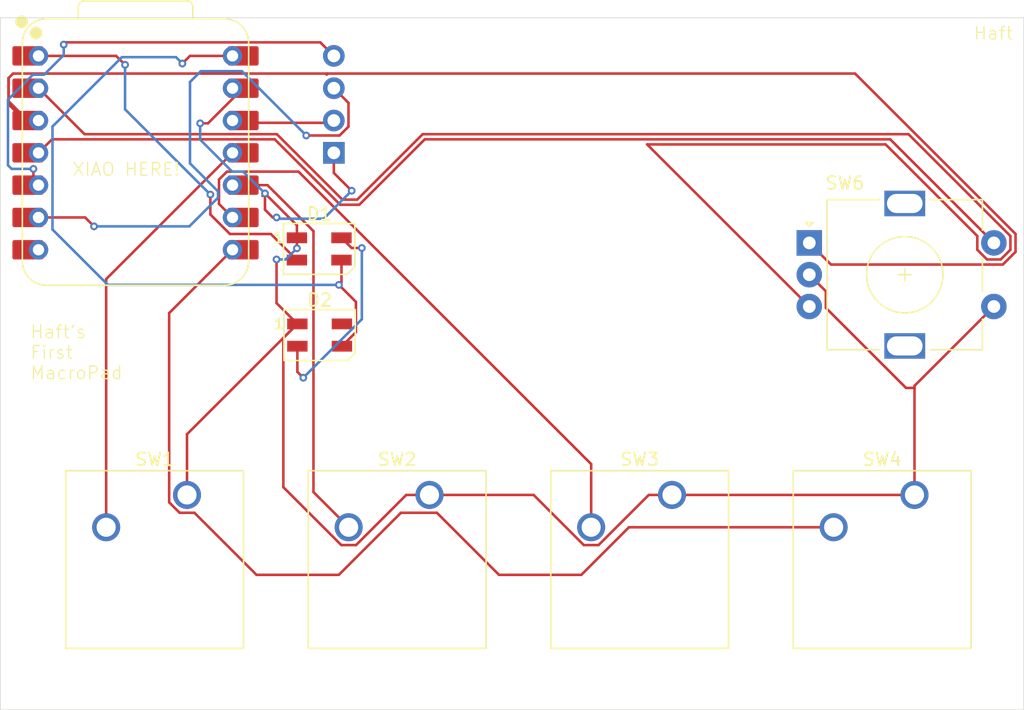
<source format=kicad_pcb>
(kicad_pcb (version 20241229) (generator "pcbnew") (generator_version "9.0")
  (layers (0 "F.Cu" signal) (2 "B.Cu" signal) (13 "F.Paste" user) (15 "B.Paste" user) (5 "F.SilkS" user "F.Silkscreen") (7 "B.SilkS" user "B.Silkscreen") (1 "F.Mask" user) (3 "B.Mask" user) (25 "Edge.Cuts" user))
  (net 0 "")
  (net 1 "Net-(D1-DIN)")
  (net 2 "GND")
  (net 3 "Net-(D1-DOUT)")
  (net 4 "+5V")
  (net 6 "Net-(U1-GPIO1{slash}RX)")
  (net 7 "Net-(U1-GPIO2{slash}SCK)")
  (net 8 "Net-(U1-GPIO4{slash}MISO)")
  (net 10 "Net-(J1-SCL)")
  (net 11 "Net-(J1-SDA)")
  (net 12 "Net-(U1-GPIO27{slash}ADC1{slash}A1)")
  (net 13 "Net-(U1-GPIO29{slash}ADC3{slash}A3)")
  (net 14 "Net-(U1-GPIO28{slash}ADC2{slash}A2)")
  (net 15 "Net-(U1-GPIO3{slash}MOSI)")
  (net 16 "Net-(J1-VCC)")
  (footprint "Rotary_Encoder:RotaryEncoder_Alps_EC11E-Switch_Vertical_H20mm" (layer "F.Cu") (at 175.25 77.5)
    (property "Reference" "SW6" (at 2.8 -4.7 0) (layer "F.SilkS"))
    (property "Value" "RotaryEncoder_Switch")
    (fp_line (start -0.3 -1.6) (end 0.3 -1.6) (stroke (width 0.12)) (layer "F.SilkS"))
    (fp_line (start 0 -1.3) (end -0.3 -1.6) (stroke (width 0.12)) (layer "F.SilkS"))
    (fp_line (start 0.3 -1.6) (end 0 -1.3) (stroke (width 0.12)) (layer "F.SilkS"))
    (fp_line (start 1.4 -3.4) (end 1.4 8.4) (stroke (width 0.12)) (layer "F.SilkS"))
    (fp_line (start 5.5 -3.4) (end 1.4 -3.4) (stroke (width 0.12)) (layer "F.SilkS"))
    (fp_line (start 5.5 8.4) (end 1.4 8.4) (stroke (width 0.12)) (layer "F.SilkS"))
    (fp_line (start 7 2.5) (end 8 2.5) (stroke (width 0.12)) (layer "F.SilkS"))
    (fp_line (start 7.5 2) (end 7.5 3) (stroke (width 0.12)) (layer "F.SilkS"))
    (fp_line (start 9.5 -3.4) (end 13.6 -3.4) (stroke (width 0.12)) (layer "F.SilkS"))
    (fp_line (start 13.6 -3.4) (end 13.6 -1) (stroke (width 0.12)) (layer "F.SilkS"))
    (fp_line (start 13.6 1.2) (end 13.6 3.8) (stroke (width 0.12)) (layer "F.SilkS"))
    (fp_line (start 13.6 6) (end 13.6 8.4) (stroke (width 0.12)) (layer "F.SilkS"))
    (fp_line (start 13.6 8.4) (end 9.5 8.4) (stroke (width 0.12)) (layer "F.SilkS"))
    (fp_circle (center 7.5 2.5) (end 10.5 2.5) (stroke (width 0.12)) (fill no) (layer "F.SilkS"))
    (pad "A" thru_hole rect (at 0 0) (size 2 2) (drill 1) (layers "*.Cu" "*.Mask") (net 14 "Net-(U1-GPIO28{slash}ADC2{slash}A2)"))
    (pad "B" thru_hole circle (at 0 5) (size 2 2) (drill 1) (layers "*.Cu" "*.Mask") (net 12 "Net-(U1-GPIO27{slash}ADC1{slash}A1)"))
    (pad "C" thru_hole circle (at 0 2.5) (size 2 2) (drill 1) (layers "*.Cu" "*.Mask") (net 2 "GND"))
    (pad "MP" thru_hole rect (at 7.5 -3.1) (size 3.2 2) (drill oval 2.8 1.5) (layers "*.Cu" "*.Mask"))
    (pad "MP" thru_hole rect (at 7.5 8.1) (size 3.2 2) (drill oval 2.8 1.5) (layers "*.Cu" "*.Mask"))
    (pad "S1" thru_hole circle (at 14.5 5) (size 2 2) (drill 1) (layers "*.Cu" "*.Mask") (net 2 "GND"))
    (pad "S2" thru_hole circle (at 14.5 0) (size 2 2) (drill 1) (layers "*.Cu" "*.Mask") (net 13 "Net-(U1-GPIO29{slash}ADC3{slash}A3)"))
  )
  (footprint "ScottoKeebs_Components:OLED_128x32" (layer "F.Cu") (at 136.3 60.62)
    (property "Reference" "J1" (hide yes))
    (property "Value" "OLED_128x32")
    (pad "1" thru_hole rect (at 1.6 9.8 180) (size 1.7 1.7) (drill 1) (layers "*.Cu" "*.Mask") (net 2 "GND"))
    (pad "2" thru_hole oval (at 1.6 7.26 180) (size 1.7 1.7) (drill 1) (layers "*.Cu" "*.Mask") (net 16 "Net-(J1-VCC)"))
    (pad "3" thru_hole oval (at 1.6 4.72 180) (size 1.7 1.7) (drill 1) (layers "*.Cu" "*.Mask") (net 10 "Net-(J1-SCL)"))
    (pad "4" thru_hole oval (at 1.6 2.18 180) (size 1.7 1.7) (drill 1) (layers "*.Cu" "*.Mask") (net 11 "Net-(J1-SDA)"))
  )
  (footprint "Button_Switch_Keyboard:SW_Cherry_MX_1.00u_PCB" (layer "F.Cu") (at 126.365 97.31375)
    (property "Reference" "SW1" (at -2.54 -2.794 0) (layer "F.SilkS"))
    (property "Value" "SW_Push")
    (fp_line (start -9.525 -1.905) (end 4.445 -1.905) (stroke (width 0.12)) (layer "F.SilkS"))
    (fp_line (start -9.525 12.065) (end -9.525 -1.905) (stroke (width 0.12)) (layer "F.SilkS"))
    (fp_line (start 4.445 -1.905) (end 4.445 12.065) (stroke (width 0.12)) (layer "F.SilkS"))
    (fp_line (start 4.445 12.065) (end -9.525 12.065) (stroke (width 0.12)) (layer "F.SilkS"))
    (pad "" np_thru_hole circle (at -7.62 5.08) (size 1.7 1.7) (drill 1.7) (layers "*.Cu" "*.Mask"))
    (pad "" np_thru_hole circle (at -2.54 5.08) (size 4 4) (drill 4) (layers "*.Cu" "*.Mask"))
    (pad "" np_thru_hole circle (at 2.54 5.08) (size 1.7 1.7) (drill 1.7) (layers "*.Cu" "*.Mask"))
    (pad "1" thru_hole circle (at 0 0) (size 2.2 2.2) (drill 1.5) (layers "*.Cu" "*.Mask") (net 2 "GND"))
    (pad "2" thru_hole circle (at -6.35 2.54) (size 2.2 2.2) (drill 1.5) (layers "*.Cu" "*.Mask") (net 15 "Net-(U1-GPIO3{slash}MOSI)"))
  )
  (footprint "Button_Switch_Keyboard:SW_Cherry_MX_1.00u_PCB" (layer "F.Cu") (at 145.415 97.31375)
    (property "Reference" "SW2" (at -2.54 -2.794 0) (layer "F.SilkS"))
    (property "Value" "SW_Push")
    (fp_line (start -9.525 -1.905) (end 4.445 -1.905) (stroke (width 0.12)) (layer "F.SilkS"))
    (fp_line (start -9.525 12.065) (end -9.525 -1.905) (stroke (width 0.12)) (layer "F.SilkS"))
    (fp_line (start 4.445 -1.905) (end 4.445 12.065) (stroke (width 0.12)) (layer "F.SilkS"))
    (fp_line (start 4.445 12.065) (end -9.525 12.065) (stroke (width 0.12)) (layer "F.SilkS"))
    (pad "" np_thru_hole circle (at -7.62 5.08) (size 1.7 1.7) (drill 1.7) (layers "*.Cu" "*.Mask"))
    (pad "" np_thru_hole circle (at -2.54 5.08) (size 4 4) (drill 4) (layers "*.Cu" "*.Mask"))
    (pad "" np_thru_hole circle (at 2.54 5.08) (size 1.7 1.7) (drill 1.7) (layers "*.Cu" "*.Mask"))
    (pad "1" thru_hole circle (at 0 0) (size 2.2 2.2) (drill 1.5) (layers "*.Cu" "*.Mask") (net 2 "GND"))
    (pad "2" thru_hole circle (at -6.35 2.54) (size 2.2 2.2) (drill 1.5) (layers "*.Cu" "*.Mask") (net 8 "Net-(U1-GPIO4{slash}MISO)"))
  )
  (footprint "Button_Switch_Keyboard:SW_Cherry_MX_1.00u_PCB" (layer "F.Cu") (at 164.465 97.31375)
    (property "Reference" "SW3" (at -2.54 -2.794 0) (layer "F.SilkS"))
    (property "Value" "SW_Push")
    (fp_line (start -9.525 -1.905) (end 4.445 -1.905) (stroke (width 0.12)) (layer "F.SilkS"))
    (fp_line (start -9.525 12.065) (end -9.525 -1.905) (stroke (width 0.12)) (layer "F.SilkS"))
    (fp_line (start 4.445 -1.905) (end 4.445 12.065) (stroke (width 0.12)) (layer "F.SilkS"))
    (fp_line (start 4.445 12.065) (end -9.525 12.065) (stroke (width 0.12)) (layer "F.SilkS"))
    (pad "" np_thru_hole circle (at -7.62 5.08) (size 1.7 1.7) (drill 1.7) (layers "*.Cu" "*.Mask"))
    (pad "" np_thru_hole circle (at -2.54 5.08) (size 4 4) (drill 4) (layers "*.Cu" "*.Mask"))
    (pad "" np_thru_hole circle (at 2.54 5.08) (size 1.7 1.7) (drill 1.7) (layers "*.Cu" "*.Mask"))
    (pad "1" thru_hole circle (at 0 0) (size 2.2 2.2) (drill 1.5) (layers "*.Cu" "*.Mask") (net 2 "GND"))
    (pad "2" thru_hole circle (at -6.35 2.54) (size 2.2 2.2) (drill 1.5) (layers "*.Cu" "*.Mask") (net 7 "Net-(U1-GPIO2{slash}SCK)"))
  )
  (footprint "LED_SMD:LED_SK6812MINI_PLCC4_3.5x3.5mm_P1.75mm" (layer "F.Cu") (at 136.75 77.975)
    (property "Reference" "D1" (at 0 -2.75 0) (layer "F.SilkS"))
    (property "Value" "SK6812")
    (fp_line (start -2.8 -2) (end -2.8 2) (stroke (width 0.12)) (layer "F.SilkS"))
    (fp_line (start -2.8 -2) (end 2.8 -2) (stroke (width 0.12)) (layer "F.SilkS"))
    (fp_line (start -2.8 2) (end 2.2 2) (stroke (width 0.12)) (layer "F.SilkS"))
    (fp_line (start 2.8 1.4) (end 2.2 2) (stroke (width 0.12)) (layer "F.SilkS"))
    (fp_line (start 2.8 1.4) (end 2.8 -2) (stroke (width 0.12)) (layer "F.SilkS"))
    (fp_text user "1" (at -3.2 -0.875 0) (layer "F.SilkS") (effects (font (size 0.8 0.8))))
    (pad "1" smd rect (at -1.75 -0.875) (size 1.6 0.85) (layers "F.Cu" "F.Mask" "F.Paste") (net 2 "GND"))
    (pad "2" smd rect (at -1.75 0.875) (size 1.6 0.85) (layers "F.Cu" "F.Mask" "F.Paste") (net 1 "Net-(D1-DIN)"))
    (pad "3" smd rect (at 1.75 0.875) (size 1.6 0.85) (layers "F.Cu" "F.Mask" "F.Paste") (net 4 "+5V"))
    (pad "4" smd rect (at 1.75 -0.875) (size 1.6 0.85) (layers "F.Cu" "F.Mask" "F.Paste") (net 3 "Net-(D1-DOUT)"))
  )
  (footprint "Button_Switch_Keyboard:SW_Cherry_MX_1.00u_PCB" (layer "F.Cu") (at 183.515 97.31375)
    (property "Reference" "SW4" (at -2.54 -2.794 0) (layer "F.SilkS"))
    (property "Value" "SW_Push")
    (fp_line (start -9.525 -1.905) (end 4.445 -1.905) (stroke (width 0.12)) (layer "F.SilkS"))
    (fp_line (start -9.525 12.065) (end -9.525 -1.905) (stroke (width 0.12)) (layer "F.SilkS"))
    (fp_line (start 4.445 -1.905) (end 4.445 12.065) (stroke (width 0.12)) (layer "F.SilkS"))
    (fp_line (start 4.445 12.065) (end -9.525 12.065) (stroke (width 0.12)) (layer "F.SilkS"))
    (pad "" np_thru_hole circle (at -7.62 5.08) (size 1.7 1.7) (drill 1.7) (layers "*.Cu" "*.Mask"))
    (pad "" np_thru_hole circle (at -2.54 5.08) (size 4 4) (drill 4) (layers "*.Cu" "*.Mask"))
    (pad "" np_thru_hole circle (at 2.54 5.08) (size 1.7 1.7) (drill 1.7) (layers "*.Cu" "*.Mask"))
    (pad "1" thru_hole circle (at 0 0) (size 2.2 2.2) (drill 1.5) (layers "*.Cu" "*.Mask") (net 2 "GND"))
    (pad "2" thru_hole circle (at -6.35 2.54) (size 2.2 2.2) (drill 1.5) (layers "*.Cu" "*.Mask") (net 6 "Net-(U1-GPIO1{slash}RX)"))
  )
  (footprint "LED_SMD:LED_SK6812MINI_PLCC4_3.5x3.5mm_P1.75mm" (layer "F.Cu") (at 136.785 84.745)
    (property "Reference" "D2" (at 0 -2.75 0) (layer "F.SilkS"))
    (property "Value" "SK6812")
    (fp_line (start -2.8 -2) (end -2.8 2) (stroke (width 0.12)) (layer "F.SilkS"))
    (fp_line (start -2.8 -2) (end 2.8 -2) (stroke (width 0.12)) (layer "F.SilkS"))
    (fp_line (start -2.8 2) (end 2.2 2) (stroke (width 0.12)) (layer "F.SilkS"))
    (fp_line (start 2.8 1.4) (end 2.2 2) (stroke (width 0.12)) (layer "F.SilkS"))
    (fp_line (start 2.8 1.4) (end 2.8 -2) (stroke (width 0.12)) (layer "F.SilkS"))
    (fp_text user "1" (at -3.2 -0.875 0) (layer "F.SilkS") (effects (font (size 0.8 0.8))))
    (pad "1" smd rect (at -1.75 -0.875) (size 1.6 0.85) (layers "F.Cu" "F.Mask" "F.Paste") (net 2 "GND"))
    (pad "2" smd rect (at -1.75 0.875) (size 1.6 0.85) (layers "F.Cu" "F.Mask" "F.Paste") (net 3 "Net-(D1-DOUT)"))
    (pad "3" smd rect (at 1.75 0.875) (size 1.6 0.85) (layers "F.Cu" "F.Mask" "F.Paste") (net 4 "+5V"))
    (pad "4" smd rect (at 1.75 -0.875) (size 1.6 0.85) (layers "F.Cu" "F.Mask" "F.Paste"))
  )
  (footprint "OPL:XIAO-RP2040-DIP" (layer "F.Cu") (at 122.32 70.42)
    (property "Reference" "U1" (hide yes))
    (property "Value" "XIAO-RP2040-DIP")
    (fp_line (start -8.89 8.509) (end -8.89 -8.636) (stroke (width 0.127)) (layer "F.SilkS"))
    (fp_line (start -6.985 10.414) (end 6.985 10.414) (stroke (width 0.127)) (layer "F.SilkS"))
    (fp_line (start -4.495 -10.541) (end -4.491272 -11.451272) (stroke (width 0.127)) (layer "F.SilkS"))
    (fp_line (start -3.991272 -11.951) (end 4.004 -11.951) (stroke (width 0.127)) (layer "F.SilkS"))
    (fp_line (start 4.504 -11.451) (end 4.504 -10.541) (stroke (width 0.127)) (layer "F.SilkS"))
    (fp_line (start 6.985 -10.541) (end -6.985 -10.541) (stroke (width 0.1)) (layer "F.SilkS"))
    (fp_line (start 6.985 -10.541) (end -6.985 -10.541) (stroke (width 0.127)) (layer "F.SilkS"))
    (fp_line (start 8.89 8.509) (end 8.89 -8.636) (stroke (width 0.127)) (layer "F.SilkS"))
    (fp_arc (start -8.89 -8.636) (mid -8.332038 -9.983038) (end -6.985 -10.541) (stroke (width 0.127)) (layer "F.SilkS"))
    (fp_arc (start -6.985 10.414) (mid -8.332038 9.856038) (end -8.89 8.509) (stroke (width 0.127)) (layer "F.SilkS"))
    (fp_arc (start -4.491272 -11.451272) (mid -4.344728 -11.80464) (end -3.991272 -11.951) (stroke (width 0.127)) (layer "F.SilkS"))
    (fp_arc (start 4.004 -11.951) (mid 4.357553 -11.804553) (end 4.504 -11.451) (stroke (width 0.127)) (layer "F.SilkS"))
    (fp_arc (start 6.985 -10.541) (mid 8.332038 -9.983038) (end 8.89 -8.636) (stroke (width 0.127)) (layer "F.SilkS"))
    (fp_arc (start 8.89 8.509) (mid 8.332038 9.856038) (end 6.985 10.414) (stroke (width 0.127)) (layer "F.SilkS"))
    (fp_circle (center -8.95 -10.3) (end -8.95 -10.554) (stroke (width 0.5)) (fill yes) (layer "F.SilkS"))
    (fp_circle (center -7.807 -9.42) (end -7.807 -9.674) (stroke (width 0.5)) (fill yes) (layer "F.SilkS"))
    (pad "1" smd roundrect (at -8.455 -7.62 180) (size 2.432 1.524) (layers "F.Cu" "F.Mask") (roundrect_rratio 0.1) (net 1 "Net-(D1-DIN)"))
    (pad "1" thru_hole circle (at -7.62 -7.62 180) (size 1.524 1.524) (drill 0.889) (layers "*.Cu" "*.Mask") (net 1 "Net-(D1-DIN)"))
    (pad "2" smd roundrect (at -8.455 -5.08 180) (size 2.432 1.524) (layers "F.Cu" "F.Mask") (roundrect_rratio 0.1) (net 12 "Net-(U1-GPIO27{slash}ADC1{slash}A1)"))
    (pad "2" thru_hole circle (at -7.62 -5.08 180) (size 1.524 1.524) (drill 0.889) (layers "*.Cu" "*.Mask") (net 12 "Net-(U1-GPIO27{slash}ADC1{slash}A1)"))
    (pad "3" smd roundrect (at -8.455 -2.54 180) (size 2.432 1.524) (layers "F.Cu" "F.Mask") (roundrect_rratio 0.1) (net 14 "Net-(U1-GPIO28{slash}ADC2{slash}A2)"))
    (pad "3" thru_hole circle (at -7.62 -2.54 180) (size 1.524 1.524) (drill 0.889) (layers "*.Cu" "*.Mask") (net 14 "Net-(U1-GPIO28{slash}ADC2{slash}A2)"))
    (pad "4" smd roundrect (at -8.455 0 180) (size 2.432 1.524) (layers "F.Cu" "F.Mask") (roundrect_rratio 0.1) (net 13 "Net-(U1-GPIO29{slash}ADC3{slash}A3)"))
    (pad "4" thru_hole circle (at -7.62 0 180) (size 1.524 1.524) (drill 0.889) (layers "*.Cu" "*.Mask") (net 13 "Net-(U1-GPIO29{slash}ADC3{slash}A3)"))
    (pad "5" smd roundrect (at -8.455 2.54 180) (size 2.432 1.524) (layers "F.Cu" "F.Mask") (roundrect_rratio 0.1) (net 11 "Net-(J1-SDA)"))
    (pad "5" thru_hole circle (at -7.62 2.54 180) (size 1.524 1.524) (drill 0.889) (layers "*.Cu" "*.Mask") (net 11 "Net-(J1-SDA)"))
    (pad "6" smd roundrect (at -8.455 5.08 180) (size 2.432 1.524) (layers "F.Cu" "F.Mask") (roundrect_rratio 0.1) (net 10 "Net-(J1-SCL)"))
    (pad "6" thru_hole circle (at -7.62 5.08 180) (size 1.524 1.524) (drill 0.889) (layers "*.Cu" "*.Mask") (net 10 "Net-(J1-SCL)"))
    (pad "7" smd roundrect (at -8.455 7.62 180) (size 2.432 1.524) (layers "F.Cu" "F.Mask") (roundrect_rratio 0.1))
    (pad "7" thru_hole circle (at -7.62 7.62 180) (size 1.524 1.524) (drill 0.889) (layers "*.Cu" "*.Mask"))
    (pad "8" thru_hole circle (at 7.62 7.62) (size 1.524 1.524) (drill 0.889) (layers "*.Cu" "*.Mask") (net 6 "Net-(U1-GPIO1{slash}RX)"))
    (pad "8" smd roundrect (at 8.455 7.62) (size 2.432 1.524) (layers "F.Cu" "F.Mask") (roundrect_rratio 0.1) (net 6 "Net-(U1-GPIO1{slash}RX)"))
    (pad "9" thru_hole circle (at 7.62 5.08) (size 1.524 1.524) (drill 0.889) (layers "*.Cu" "*.Mask") (net 7 "Net-(U1-GPIO2{slash}SCK)"))
    (pad "9" smd roundrect (at 8.455 5.08) (size 2.432 1.524) (layers "F.Cu" "F.Mask") (roundrect_rratio 0.1) (net 7 "Net-(U1-GPIO2{slash}SCK)"))
    (pad "10" thru_hole circle (at 7.62 2.54) (size 1.524 1.524) (drill 0.889) (layers "*.Cu" "*.Mask") (net 8 "Net-(U1-GPIO4{slash}MISO)"))
    (pad "10" smd roundrect (at 8.455 2.54) (size 2.432 1.524) (layers "F.Cu" "F.Mask") (roundrect_rratio 0.1) (net 8 "Net-(U1-GPIO4{slash}MISO)"))
    (pad "11" thru_hole circle (at 7.62 0) (size 1.524 1.524) (drill 0.889) (layers "*.Cu" "*.Mask") (net 15 "Net-(U1-GPIO3{slash}MOSI)"))
    (pad "11" smd roundrect (at 8.455 0) (size 2.432 1.524) (layers "F.Cu" "F.Mask") (roundrect_rratio 0.1) (net 15 "Net-(U1-GPIO3{slash}MOSI)"))
    (pad "12" thru_hole circle (at 7.62 -2.54) (size 1.524 1.524) (drill 0.889) (layers "*.Cu" "*.Mask") (net 16 "Net-(J1-VCC)"))
    (pad "12" smd roundrect (at 8.455 -2.54) (size 2.432 1.524) (layers "F.Cu" "F.Mask") (roundrect_rratio 0.1) (net 16 "Net-(J1-VCC)"))
    (pad "13" thru_hole circle (at 7.62 -5.08) (size 1.524 1.524) (drill 0.889) (layers "*.Cu" "*.Mask") (net 2 "GND"))
    (pad "13" smd roundrect (at 8.455 -5.08) (size 2.432 1.524) (layers "F.Cu" "F.Mask") (roundrect_rratio 0.1) (net 2 "GND"))
    (pad "14" thru_hole circle (at 7.62 -7.62) (size 1.524 1.524) (drill 0.889) (layers "*.Cu" "*.Mask") (net 4 "+5V"))
    (pad "14" smd roundrect (at 8.455 -7.62) (size 2.432 1.524) (layers "F.Cu" "F.Mask") (roundrect_rratio 0.1) (net 4 "+5V"))
  )
  (gr_rect (start 111.7 59.8) (end 192.1 114.2) (stroke (width 0.05)) (fill no) (layer "Edge.Cuts"))
  (gr_text "XIAO HERE!" (at 117.3 72.3 0) (layer "F.SilkS") (effects (font (size 1 1) (thickness 0.1)) (justify left bottom)))
  (gr_text "Haft" (at 188.1 61.6 0) (layer "F.SilkS") (effects (font (size 1 1) (thickness 0.1)) (justify left bottom)))
  (gr_text "Haft's \nFirst\nMacroPad" (at 114 88.3 0) (layer "F.SilkS") (effects (font (size 1 1) (thickness 0.1)) (justify left bottom)))
  (segment (start 132.95 76.8) (end 135 78.85) (width 0.2) (layer "F.Cu") (net 1))
  (segment (start 129.73669 76.8) (end 132.95 76.8) (width 0.2) (layer "F.Cu") (net 1))
  (segment (start 128.2 75.26331) (end 129.73669 76.8) (width 0.2) (layer "F.Cu") (net 1))
  (segment (start 128.2 73.7) (end 128.2 75.26331) (width 0.2) (layer "F.Cu") (net 1))
  (segment (start 114.7 62.8) (end 120.8 62.8) (width 0.2) (layer "F.Cu") (net 1))
  (segment (start 120.8 62.8) (end 121.5 63.5) (width 0.2) (layer "F.Cu") (net 1))
  (via (at 121.5 63.5) (size 0.6) (drill 0.3) (layers "F.Cu" "B.Cu") (net 1))
  (via (at 128.2 73.7) (size 0.6) (drill 0.3) (layers "F.Cu" "B.Cu") (net 1))
  (segment (start 121.5 63.5) (end 121.5 67) (width 0.2) (layer "B.Cu") (net 1))
  (segment (start 121.5 67) (end 128.2 73.7) (width 0.2) (layer "B.Cu") (net 1))
  (segment (start 176.551 82.603) (end 182.848 88.9) (width 0.2) (layer "F.Cu") (net 2))
  (segment (start 135.035 83.87) (end 133.4 82.235) (width 0.2) (layer "F.Cu") (net 2))
  (segment (start 133.934 96.704064) (end 133.934 84.971) (width 0.2) (layer "F.Cu") (net 2))
  (segment (start 133.1 75.5) (end 132.490261 74.890261) (width 0.2) (layer "F.Cu") (net 2))
  (segment (start 132.5 73.621528) (end 132.490261 73.611789) (width 0.2) (layer "F.Cu") (net 2))
  (segment (start 182.848 88.9) (end 183.515 88.9) (width 0.2) (layer "F.Cu") (net 2))
  (segment (start 183.515 97.31375) (end 164.465 97.31375) (width 0.2) (layer "F.Cu") (net 2))
  (segment (start 137.9 70.6) (end 137.9 72) (width 0.2) (layer "F.Cu") (net 2))
  (segment (start 135 76.121528) (end 135 77.1) (width 0.2) (layer "F.Cu") (net 2))
  (segment (start 139.645314 101.25475) (end 138.484686 101.25475) (width 0.2) (layer "F.Cu") (net 2))
  (segment (start 126.365 97.31375) (end 126.365 92.54) (width 0.2) (layer "F.Cu") (net 2))
  (segment (start 132.490261 73.611789) (end 132.292 73.81005) (width 0.2) (layer "F.Cu") (net 2))
  (segment (start 133.934 84.971) (end 135.035 83.87) (width 0.2) (layer "F.Cu") (net 2))
  (segment (start 143.586314 97.31375) (end 139.645314 101.25475) (width 0.2) (layer "F.Cu") (net 2))
  (segment (start 145.415 97.31375) (end 143.586314 97.31375) (width 0.2) (layer "F.Cu") (net 2))
  (segment (start 175.25 80) (end 176.551 81.301) (width 0.2) (layer "F.Cu") (net 2))
  (segment (start 174.9 80) (end 175.4 80) (width 0.2) (layer "F.Cu") (net 2))
  (segment (start 135 77.924998) (end 135 77.1) (width 0.2) (layer "F.Cu") (net 2))
  (segment (start 133.4 82.235) (end 133.4 78.8) (width 0.2) (layer "F.Cu") (net 2))
  (segment (start 133.4 75.5) (end 133.1 75.5) (width 0.2) (layer "F.Cu") (net 2))
  (segment (start 138.484686 101.25475) (end 133.934 96.704064) (width 0.2) (layer "F.Cu") (net 2))
  (segment (start 157.534686 101.25475) (end 153.593686 97.31375) (width 0.2) (layer "F.Cu") (net 2))
  (segment (start 130.775 65.34) (end 128.015 68.1) (width 0.2) (layer "F.Cu") (net 2))
  (segment (start 176.551 81.301) (end 176.551 82.603) (width 0.2) (layer "F.Cu") (net 2))
  (segment (start 158.695314 101.25475) (end 157.534686 101.25475) (width 0.2) (layer "F.Cu") (net 2))
  (segment (start 183.515 88.9) (end 183.515 97.31375) (width 0.2) (layer "F.Cu") (net 2))
  (segment (start 175.25 80) (end 174.9 80) (width 0.2) (layer "F.Cu") (net 2))
  (segment (start 132.490261 73.611789) (end 135 76.121528) (width 0.2) (layer "F.Cu") (net 2))
  (segment (start 129.94 65.34) (end 130.775 65.34) (width 0.2) (layer "F.Cu") (net 2))
  (segment (start 128.015 68.1) (end 127.4 68.1) (width 0.2) (layer "F.Cu") (net 2))
  (segment (start 189.75 82.5) (end 183.515 88.735) (width 0.2) (layer "F.Cu") (net 2))
  (segment (start 162.636314 97.31375) (end 158.695314 101.25475) (width 0.2) (layer "F.Cu") (net 2))
  (segment (start 183.515 88.735) (end 183.515 88.9) (width 0.2) (layer "F.Cu") (net 2))
  (segment (start 132.490261 74.890261) (end 132.490261 73.611789) (width 0.2) (layer "F.Cu") (net 2))
  (segment (start 126.365 92.54) (end 135.035 83.87) (width 0.2) (layer "F.Cu") (net 2))
  (segment (start 153.593686 97.31375) (end 145.415 97.31375) (width 0.2) (layer "F.Cu") (net 2))
  (segment (start 137.9 72) (end 139.3 73.4) (width 0.2) (layer "F.Cu") (net 2))
  (segment (start 164.465 97.31375) (end 162.636314 97.31375) (width 0.2) (layer "F.Cu") (net 2))
  (via (at 133.4 78.8) (size 0.6) (drill 0.3) (layers "F.Cu" "B.Cu") (net 2))
  (via (at 135 77.924998) (size 0.6) (drill 0.3) (layers "F.Cu" "B.Cu") (net 2))
  (via (at 133.4 75.5) (size 0.6) (drill 0.3) (layers "F.Cu" "B.Cu") (net 2))
  (via (at 132.490261 73.611789) (size 0.6) (drill 0.3) (layers "F.Cu" "B.Cu") (net 2))
  (via (at 139.3 73.4) (size 0.6) (drill 0.3) (layers "F.Cu" "B.Cu") (net 2))
  (via (at 127.4 68.1) (size 0.6) (drill 0.3) (layers "F.Cu" "B.Cu") (net 2))
  (segment (start 134.124998 78.8) (end 135 77.924998) (width 0.2) (layer "B.Cu") (net 2))
  (segment (start 130.775472 71.897) (end 132.490261 73.611789) (width 0.2) (layer "B.Cu") (net 2))
  (segment (start 129.91369 71.897) (end 130.775472 71.897) (width 0.2) (layer "B.Cu") (net 2))
  (segment (start 137.1 75.6) (end 133.5 75.6) (width 0.2) (layer "B.Cu") (net 2))
  (segment (start 133.5 75.6) (end 133.4 75.5) (width 0.2) (layer "B.Cu") (net 2))
  (segment (start 127.4 69.38331) (end 129.91369 71.897) (width 0.2) (layer "B.Cu") (net 2))
  (segment (start 139.3 73.4) (end 137.1 75.6) (width 0.2) (layer "B.Cu") (net 2))
  (segment (start 127.4 68.1) (end 127.4 69.38331) (width 0.2) (layer "B.Cu") (net 2))
  (segment (start 133.4 78.8) (end 134.124998 78.8) (width 0.2) (layer "B.Cu") (net 2))
  (segment (start 135.035 87.635) (end 135.5 88.1) (width 0.2) (layer "F.Cu") (net 3))
  (segment (start 139.3 77.9) (end 138.5 77.1) (width 0.2) (layer "F.Cu") (net 3))
  (segment (start 135.035 85.62) (end 135.035 87.635) (width 0.2) (layer "F.Cu") (net 3))
  (segment (start 140.1 77.9) (end 139.3 77.9) (width 0.2) (layer "F.Cu") (net 3))
  (via (at 135.5 88.1) (size 0.6) (drill 0.3) (layers "F.Cu" "B.Cu") (net 3))
  (via (at 140.1 77.9) (size 0.6) (drill 0.3) (layers "F.Cu" "B.Cu") (net 3))
  (segment (start 140.1 83.5) (end 140.1 77.9) (width 0.2) (layer "B.Cu") (net 3))
  (segment (start 135.5 88.1) (end 140.1 83.5) (width 0.2) (layer "B.Cu") (net 3))
  (segment (start 139.636 84.519) (end 139.636 82.136) (width 0.2) (layer "F.Cu") (net 4))
  (segment (start 138.535 85.62) (end 139.636 84.519) (width 0.2) (layer "F.Cu") (net 4))
  (segment (start 126.6 62.8) (end 126 63.4) (width 0.2) (layer "F.Cu") (net 4))
  (segment (start 139.636 82.136) (end 138.3 80.8) (width 0.2) (layer "F.Cu") (net 4))
  (segment (start 129.94 62.8) (end 126.6 62.8) (width 0.2) (layer "F.Cu") (net 4))
  (segment (start 138.3 80.8) (end 138.5 80.6) (width 0.2) (layer "F.Cu") (net 4))
  (segment (start 138.5 80.6) (end 138.5 78.85) (width 0.2) (layer "F.Cu") (net 4))
  (via (at 138.3 80.8) (size 0.6) (drill 0.3) (layers "F.Cu" "B.Cu") (net 4))
  (via (at 126 63.4) (size 0.6) (drill 0.3) (layers "F.Cu" "B.Cu") (net 4))
  (segment (start 115.799 68.351057) (end 115.799 76.448943) (width 0.2) (layer "B.Cu") (net 4))
  (segment (start 121.251057 62.899) (end 115.799 68.351057) (width 0.2) (layer "B.Cu") (net 4))
  (segment (start 115.799 76.448943) (end 120.150057 80.8) (width 0.2) (layer "B.Cu") (net 4))
  (segment (start 126 63.4) (end 125.499 62.899) (width 0.2) (layer "B.Cu") (net 4))
  (segment (start 125.499 62.899) (end 121.251057 62.899) (width 0.2) (layer "B.Cu") (net 4))
  (segment (start 120.150057 80.8) (end 138.3 80.8) (width 0.2) (layer "B.Cu") (net 4))
  (segment (start 161.08347 99.85375) (end 157.34247 103.59475) (width 0.2) (layer "F.Cu") (net 6))
  (segment (start 126.945314 98.71475) (end 125.784686 98.71475) (width 0.2) (layer "F.Cu") (net 6))
  (segment (start 131.825314 103.59475) (end 126.945314 98.71475) (width 0.2) (layer "F.Cu") (net 6))
  (segment (start 124.964 83.016) (end 129.94 78.04) (width 0.2) (layer "F.Cu") (net 6))
  (segment (start 125.784686 98.71475) (end 124.964 97.894064) (width 0.2) (layer "F.Cu") (net 6))
  (segment (start 150.875314 103.59475) (end 145.995314 98.71475) (width 0.2) (layer "F.Cu") (net 6))
  (segment (start 143.17247 98.71475) (end 138.29247 103.59475) (width 0.2) (layer "F.Cu") (net 6))
  (segment (start 157.34247 103.59475) (end 150.875314 103.59475) (width 0.2) (layer "F.Cu") (net 6))
  (segment (start 124.964 97.894064) (end 124.964 83.016) (width 0.2) (layer "F.Cu") (net 6))
  (segment (start 177.165 99.85375) (end 161.08347 99.85375) (width 0.2) (layer "F.Cu") (net 6))
  (segment (start 145.995314 98.71475) (end 143.17247 98.71475) (width 0.2) (layer "F.Cu") (net 6))
  (segment (start 138.29247 103.59475) (end 131.825314 103.59475) (width 0.2) (layer "F.Cu") (net 6))
  (segment (start 158.115 94.888) (end 135.124 71.897) (width 0.2) (layer "F.Cu") (net 7))
  (segment (start 135.124 71.897) (end 129.49969 71.897) (width 0.2) (layer "F.Cu") (net 7))
  (segment (start 128.877 72.51969) (end 128.877 74.437) (width 0.2) (layer "F.Cu") (net 7))
  (segment (start 158.115 99.85375) (end 158.115 94.888) (width 0.2) (layer "F.Cu") (net 7))
  (segment (start 129.49969 71.897) (end 128.877 72.51969) (width 0.2) (layer "F.Cu") (net 7))
  (segment (start 128.877 74.437) (end 129.94 75.5) (width 0.2) (layer "F.Cu") (net 7))
  (segment (start 132.687 72.96) (end 129.94 72.96) (width 0.2) (layer "F.Cu") (net 8))
  (segment (start 136.3 97.08875) (end 136.3 76.573) (width 0.2) (layer "F.Cu") (net 8))
  (segment (start 139.065 99.85375) (end 136.3 97.08875) (width 0.2) (layer "F.Cu") (net 8))
  (segment (start 136.3 76.573) (end 132.687 72.96) (width 0.2) (layer "F.Cu") (net 8))
  (segment (start 119.0625 76.2) (end 118.3625 75.5) (width 0.2) (layer "F.Cu") (net 10))
  (segment (start 118.3625 75.5) (end 114.7 75.5) (width 0.2) (layer "F.Cu") (net 10))
  (segment (start 139.051 68.35676) (end 138.35151 69.05625) (width 0.2) (layer "F.Cu") (net 10))
  (segment (start 139.051 66.491) (end 139.051 68.35676) (width 0.2) (layer "F.Cu") (net 10))
  (segment (start 137.9 65.34) (end 139.051 66.491) (width 0.2) (layer "F.Cu") (net 10))
  (segment (start 138.35151 69.05625) (end 135.73125 69.05625) (width 0.2) (layer "F.Cu") (net 10))
  (via (at 119.0625 76.2) (size 0.6) (drill 0.3) (layers "F.Cu" "B.Cu") (net 10))
  (via (at 135.73125 69.05625) (size 0.6) (drill 0.3) (layers "F.Cu" "B.Cu") (net 10))
  (segment (start 128.801 73.451057) (end 128.801 73.948943) (width 0.2) (layer "B.Cu") (net 10))
  (segment (start 126.549943 76.2) (end 119.0625 76.2) (width 0.2) (layer "B.Cu") (net 10))
  (segment (start 130.676 64.001) (end 127.450943 64.001) (width 0.2) (layer "B.Cu") (net 10))
  (segment (start 126.601 64.850943) (end 126.601 71.251057) (width 0.2) (layer "B.Cu") (net 10))
  (segment (start 126.601 71.251057) (end 128.801 73.451057) (width 0.2) (layer "B.Cu") (net 10))
  (segment (start 127.450943 64.001) (end 126.601 64.850943) (width 0.2) (layer "B.Cu") (net 10))
  (segment (start 128.801 73.948943) (end 126.549943 76.2) (width 0.2) (layer "B.Cu") (net 10))
  (segment (start 135.73125 69.05625) (end 130.676 64.001) (width 0.2) (layer "B.Cu") (net 10))
  (segment (start 116.85675 61.737) (end 116.68125 61.9125) (width 0.2) (layer "F.Cu") (net 11))
  (segment (start 114.3 71.682) (end 114.3 72.56) (width 0.2) (layer "F.Cu") (net 11))
  (segment (start 114.3 72.56) (end 114.7 72.96) (width 0.2) (layer "F.Cu") (net 11))
  (segment (start 136.837 61.737) (end 116.85675 61.737) (width 0.2) (layer "F.Cu") (net 11))
  (segment (start 137.9 62.8) (end 136.837 61.737) (width 0.2) (layer "F.Cu") (net 11))
  (via (at 116.68125 61.9125) (size 0.6) (drill 0.3) (layers "F.Cu" "B.Cu") (net 11))
  (via (at 114.3 71.682) (size 0.6) (drill 0.3) (layers "F.Cu" "B.Cu") (net 11))
  (segment (start 114.25969 64.277) (end 112.301 66.23569) (width 0.2) (layer "B.Cu") (net 11))
  (segment (start 116.68125 62.73606) (end 115.14031 64.277) (width 0.2) (layer "B.Cu") (net 11))
  (segment (start 116.68125 61.9125) (end 116.68125 62.73606) (width 0.2) (layer "B.Cu") (net 11))
  (segment (start 112.587 71.682) (end 114.3 71.682) (width 0.2) (layer "B.Cu") (net 11))
  (segment (start 112.301 71.396) (end 112.587 71.682) (width 0.2) (layer "B.Cu") (net 11))
  (segment (start 112.301 66.23569) (end 112.301 71.396) (width 0.2) (layer "B.Cu") (net 11))
  (segment (start 115.14031 64.277) (end 114.25969 64.277) (width 0.2) (layer "B.Cu") (net 11))
  (segment (start 139.7339 74.099) (end 138.5661 74.099) (width 0.2) (layer "F.Cu") (net 12))
  (segment (start 144.8769 68.956) (end 139.7339 74.099) (width 0.2) (layer "F.Cu") (net 12))
  (segment (start 183.045892 68.956) (end 144.8769 68.956) (width 0.2) (layer "F.Cu") (net 12))
  (segment (start 175.25 82.5) (end 162.508 69.758) (width 0.2) (layer "F.Cu") (net 12))
  (segment (start 118.316 68.956) (end 114.7 65.34) (width 0.2) (layer "F.Cu") (net 12))
  (segment (start 188.449 78.038892) (end 189.211108 78.801) (width 0.2) (layer "F.Cu") (net 12))
  (segment (start 133.4231 68.956) (end 118.316 68.956) (width 0.2) (layer "F.Cu") (net 12))
  (segment (start 181.245892 69.758) (end 188.449 76.961108) (width 0.2) (layer "F.Cu") (net 12))
  (segment (start 138.5661 74.099) (end 133.4231 68.956) (width 0.2) (layer "F.Cu") (net 12))
  (segment (start 190.288892 78.801) (end 191.051 78.038892) (width 0.2) (layer "F.Cu") (net 12))
  (segment (start 189.211108 78.801) (end 190.288892 78.801) (width 0.2) (layer "F.Cu") (net 12))
  (segment (start 191.051 76.961108) (end 183.045892 68.956) (width 0.2) (layer "F.Cu") (net 12))
  (segment (start 188.449 76.961108) (end 188.449 78.038892) (width 0.2) (layer "F.Cu") (net 12))
  (segment (start 191.051 78.038892) (end 191.051 76.961108) (width 0.2) (layer "F.Cu") (net 12))
  (segment (start 162.508 69.758) (end 181.245892 69.758) (width 0.2) (layer "F.Cu") (net 12))
  (segment (start 139.9 74.5) (end 138.4 74.5) (width 0.2) (layer "F.Cu") (net 13))
  (segment (start 138.4 74.5) (end 133.257 69.357) (width 0.2) (layer "F.Cu") (net 13))
  (segment (start 133.257 69.357) (end 115.763 69.357) (width 0.2) (layer "F.Cu") (net 13))
  (segment (start 181.607 69.357) (end 145.043 69.357) (width 0.2) (layer "F.Cu") (net 13))
  (segment (start 115.763 69.357) (end 114.7 70.42) (width 0.2) (layer "F.Cu") (net 13))
  (segment (start 145.043 69.357) (end 139.9 74.5) (width 0.2) (layer "F.Cu") (net 13))
  (segment (start 189.75 77.5) (end 181.607 69.357) (width 0.2) (layer "F.Cu") (net 13))
  (segment (start 112.348 66.60563) (end 113.62237 67.88) (width 0.2) (layer "F.Cu") (net 14))
  (segment (start 137.42324 64.189) (end 112.697374 64.189) (width 0.2) (layer "F.Cu") (net 14))
  (segment (start 112.697374 64.189) (end 112.348 64.538374) (width 0.2) (layer "F.Cu") (net 14))
  (segment (start 112.348 64.538374) (end 112.348 66.60563) (width 0.2) (layer "F.Cu") (net 14))
  (segment (start 112.348 66.363) (end 113.865 67.88) (width 0.2) (layer "F.Cu") (net 14))
  (segment (start 113.865 67.88) (end 114.7 67.88) (width 0.2) (layer "F.Cu") (net 14))
  (segment (start 113.62237 67.88) (end 114.7 67.88) (width 0.2) (layer "F.Cu") (net 14))
  (segment (start 191.452 76.795008) (end 178.933992 64.277) (width 0.2) (layer "F.Cu") (net 14))
  (segment (start 178.845992 64.189) (end 137.42324 64.189) (width 0.2) (layer "F.Cu") (net 14))
  (segment (start 178.933992 64.277) (end 178.845992 64.189) (width 0.2) (layer "F.Cu") (net 14))
  (segment (start 175.25 77.5) (end 176.952 79.202) (width 0.2) (layer "F.Cu") (net 14))
  (segment (start 190.454992 79.202) (end 191.452 78.204992) (width 0.2) (layer "F.Cu") (net 14))
  (segment (start 112.348 64.538374) (end 112.348 66.363) (width 0.2) (layer "F.Cu") (net 14))
  (segment (start 176.952 79.202) (end 190.454992 79.202) (width 0.2) (layer "F.Cu") (net 14))
  (segment (start 137.42324 64.189) (end 137.33524 64.277) (width 0.2) (layer "F.Cu") (net 14))
  (segment (start 191.452 78.204992) (end 191.452 76.795008) (width 0.2) (layer "F.Cu") (net 14))
  (segment (start 120.015 99.715) (end 119.8 99.5) (width 0.2) (layer "F.Cu") (net 15))
  (segment (start 120.015 80.345) (end 129.94 70.42) (width 0.2) (layer "F.Cu") (net 15))
  (segment (start 120.015 99.85375) (end 120.015 80.345) (width 0.2) (layer "F.Cu") (net 15))
  (segment (start 137.9 68.06) (end 130.12 68.06) (width 0.2) (layer "F.Cu") (net 16))
  (segment (start 130.12 68.06) (end 129.94 67.88) (width 0.2) (layer "F.Cu") (net 16))
)
</source>
